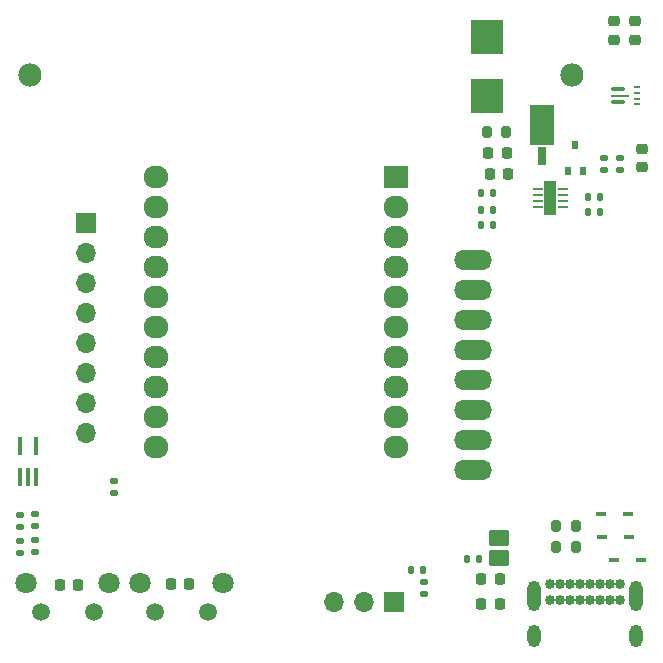
<source format=gbr>
%TF.GenerationSoftware,KiCad,Pcbnew,8.0.0*%
%TF.CreationDate,2025-02-07T12:17:38-03:30*%
%TF.ProjectId,Detection_Eval,44657465-6374-4696-9f6e-5f4576616c2e,rev?*%
%TF.SameCoordinates,Original*%
%TF.FileFunction,Soldermask,Bot*%
%TF.FilePolarity,Negative*%
%FSLAX46Y46*%
G04 Gerber Fmt 4.6, Leading zero omitted, Abs format (unit mm)*
G04 Created by KiCad (PCBNEW 8.0.0) date 2025-02-07 12:17:38*
%MOMM*%
%LPD*%
G01*
G04 APERTURE LIST*
G04 Aperture macros list*
%AMRoundRect*
0 Rectangle with rounded corners*
0 $1 Rounding radius*
0 $2 $3 $4 $5 $6 $7 $8 $9 X,Y pos of 4 corners*
0 Add a 4 corners polygon primitive as box body*
4,1,4,$2,$3,$4,$5,$6,$7,$8,$9,$2,$3,0*
0 Add four circle primitives for the rounded corners*
1,1,$1+$1,$2,$3*
1,1,$1+$1,$4,$5*
1,1,$1+$1,$6,$7*
1,1,$1+$1,$8,$9*
0 Add four rect primitives between the rounded corners*
20,1,$1+$1,$2,$3,$4,$5,0*
20,1,$1+$1,$4,$5,$6,$7,0*
20,1,$1+$1,$6,$7,$8,$9,0*
20,1,$1+$1,$8,$9,$2,$3,0*%
G04 Aperture macros list end*
%ADD10O,1.700000X1.700000*%
%ADD11R,1.700000X1.700000*%
%ADD12C,0.854000*%
%ADD13O,1.104000X1.904000*%
%ADD14O,1.104000X2.604000*%
%ADD15C,1.498600*%
%ADD16C,1.803400*%
%ADD17C,1.964000*%
%ADD18R,0.500000X0.750000*%
%ADD19RoundRect,0.135000X-0.185000X0.135000X-0.185000X-0.135000X0.185000X-0.135000X0.185000X0.135000X0*%
%ADD20R,2.794000X2.958600*%
%ADD21R,0.812800X0.355600*%
%ADD22RoundRect,0.135000X0.185000X-0.135000X0.185000X0.135000X-0.185000X0.135000X-0.185000X-0.135000X0*%
%ADD23RoundRect,0.100000X0.100000X-0.650000X0.100000X0.650000X-0.100000X0.650000X-0.100000X-0.650000X0*%
%ADD24RoundRect,0.225000X0.250000X-0.225000X0.250000X0.225000X-0.250000X0.225000X-0.250000X-0.225000X0*%
%ADD25RoundRect,0.087500X-0.487500X-0.087500X0.487500X-0.087500X0.487500X0.087500X-0.487500X0.087500X0*%
%ADD26RoundRect,0.050000X-0.675000X-0.050000X0.675000X-0.050000X0.675000X0.050000X-0.675000X0.050000X0*%
%ADD27RoundRect,0.062500X-0.162500X-0.062500X0.162500X-0.062500X0.162500X0.062500X-0.162500X0.062500X0*%
%ADD28RoundRect,0.135000X0.135000X0.185000X-0.135000X0.185000X-0.135000X-0.185000X0.135000X-0.185000X0*%
%ADD29RoundRect,0.102000X0.735000X-0.600000X0.735000X0.600000X-0.735000X0.600000X-0.735000X-0.600000X0*%
%ADD30RoundRect,0.225000X0.225000X0.250000X-0.225000X0.250000X-0.225000X-0.250000X0.225000X-0.250000X0*%
%ADD31RoundRect,0.135000X-0.135000X-0.185000X0.135000X-0.185000X0.135000X0.185000X-0.135000X0.185000X0*%
%ADD32R,0.806066X0.256842*%
%ADD33R,1.000000X3.000000*%
%ADD34R,2.082800X3.429000*%
%ADD35R,0.711200X1.524000*%
%ADD36R,2.100000X1.900000*%
%ADD37O,2.100000X1.900000*%
%ADD38RoundRect,0.200000X0.200000X0.275000X-0.200000X0.275000X-0.200000X-0.275000X0.200000X-0.275000X0*%
%ADD39O,3.204000X1.704000*%
G04 APERTURE END LIST*
D10*
%TO.C,U5*%
X96300000Y-124010000D03*
X96300000Y-121470000D03*
X96300000Y-118930000D03*
X96300000Y-116390000D03*
X96300000Y-113850000D03*
X96300000Y-111310000D03*
X96300000Y-108770000D03*
D11*
X96300000Y-106230000D03*
%TD*%
D12*
%TO.C,J1*%
X135560000Y-136840000D03*
X136410000Y-136840000D03*
X137260000Y-136840000D03*
X138110000Y-136840000D03*
X138960000Y-136840000D03*
X139810000Y-136840000D03*
X140660000Y-136840000D03*
X141510000Y-136840000D03*
X141510000Y-138190000D03*
X140660000Y-138190000D03*
X139810000Y-138190000D03*
X138960000Y-138190000D03*
X138110000Y-138190000D03*
X137260000Y-138190000D03*
X136410000Y-138190000D03*
X135560000Y-138190000D03*
D13*
X134210000Y-141200000D03*
X142860000Y-141200000D03*
D14*
X134210000Y-137820000D03*
X142860000Y-137820000D03*
%TD*%
D15*
%TO.C,U9*%
X102109999Y-139200000D03*
X106610000Y-139200000D03*
D16*
X100854999Y-136709701D03*
X107865000Y-136709701D03*
%TD*%
D17*
%TO.C,BT2*%
X91500000Y-93700000D03*
X137370000Y-93700000D03*
%TD*%
D15*
%TO.C,U2*%
X92471749Y-139166699D03*
X96971750Y-139166699D03*
D16*
X91216749Y-136676400D03*
X98226750Y-136676400D03*
%TD*%
D11*
%TO.C,U4*%
X122335000Y-138325000D03*
D10*
X119795000Y-138325000D03*
X117255000Y-138325000D03*
%TD*%
D18*
%TO.C,Q2*%
X138350000Y-101872800D03*
X137050000Y-101872800D03*
X137700000Y-99672800D03*
%TD*%
D19*
%TO.C,R8*%
X90700000Y-133170000D03*
X90700000Y-134190000D03*
%TD*%
D20*
%TO.C,L1*%
X130200000Y-95500000D03*
X130200000Y-90458600D03*
%TD*%
D21*
%TO.C,D4*%
X143217600Y-134800000D03*
X140982400Y-134800000D03*
%TD*%
D22*
%TO.C,R23*%
X90700000Y-132000000D03*
X90700000Y-130980000D03*
%TD*%
%TO.C,R17*%
X140100000Y-101782800D03*
X140100000Y-100762800D03*
%TD*%
D23*
%TO.C,U1*%
X92000000Y-127760000D03*
X91350000Y-127760000D03*
X90700000Y-127760000D03*
X90700000Y-125100000D03*
X92000000Y-125100000D03*
%TD*%
D24*
%TO.C,C6*%
X141000000Y-90700000D03*
X141000000Y-89150000D03*
%TD*%
D25*
%TO.C,U7*%
X141300000Y-96000000D03*
D26*
X141450000Y-95450000D03*
D25*
X141300000Y-94900000D03*
D27*
X142900000Y-94700000D03*
X142900000Y-95200000D03*
X142900000Y-95700000D03*
X142900000Y-96200000D03*
%TD*%
D28*
%TO.C,R20*%
X139810000Y-104000000D03*
X138790000Y-104000000D03*
%TD*%
%TO.C,R19*%
X139810000Y-105300000D03*
X138790000Y-105300000D03*
%TD*%
D29*
%TO.C,FB1*%
X131200000Y-134600000D03*
X131200000Y-132880000D03*
%TD*%
D30*
%TO.C,C1*%
X105010000Y-136800000D03*
X103460000Y-136800000D03*
%TD*%
D28*
%TO.C,R7*%
X130710000Y-106400000D03*
X129690000Y-106400000D03*
%TD*%
D21*
%TO.C,D6*%
X139882400Y-130900000D03*
X142117600Y-130900000D03*
%TD*%
D22*
%TO.C,R1*%
X91900000Y-131920000D03*
X91900000Y-130900000D03*
%TD*%
D31*
%TO.C,R21*%
X129700000Y-103700000D03*
X130720000Y-103700000D03*
%TD*%
D19*
%TO.C,R3*%
X91900000Y-133100000D03*
X91900000Y-134120000D03*
%TD*%
D30*
%TO.C,C2*%
X95575000Y-136900000D03*
X94025000Y-136900000D03*
%TD*%
D31*
%TO.C,R22*%
X129690000Y-105100000D03*
X130710000Y-105100000D03*
%TD*%
D32*
%TO.C,U8*%
X136606066Y-103372801D03*
X136606066Y-103872799D03*
X136606066Y-104372799D03*
X136606066Y-104872800D03*
X134500000Y-104872800D03*
X134500000Y-104372799D03*
X134500000Y-103872799D03*
X134500000Y-103372801D03*
D33*
X135553033Y-104122799D03*
%TD*%
D34*
%TO.C,D2*%
X134900000Y-97920300D03*
D35*
X134900000Y-100600000D03*
%TD*%
D28*
%TO.C,R10*%
X124800000Y-135610000D03*
X123780000Y-135610000D03*
%TD*%
D30*
%TO.C,C11*%
X131975000Y-102100000D03*
X130425000Y-102100000D03*
%TD*%
D36*
%TO.C,U6*%
X122500000Y-102340000D03*
D37*
X122500000Y-104880000D03*
X122500000Y-107420000D03*
X122500000Y-109960000D03*
X122500000Y-112500000D03*
X122500000Y-115040000D03*
X122500000Y-117580000D03*
X122500000Y-120120000D03*
X122500000Y-122660000D03*
X122500000Y-125200000D03*
X102180000Y-125200000D03*
X102180000Y-122660000D03*
X102180000Y-120120000D03*
X102180000Y-117580000D03*
X102180000Y-115040000D03*
X102180000Y-112500000D03*
X102180000Y-109960000D03*
X102180000Y-107420000D03*
X102180000Y-104880000D03*
X102180000Y-102340000D03*
%TD*%
D38*
%TO.C,R15*%
X136075000Y-131900000D03*
X137725000Y-131900000D03*
%TD*%
D22*
%TO.C,R5*%
X98600000Y-129110000D03*
X98600000Y-128090000D03*
%TD*%
D19*
%TO.C,R18*%
X141500000Y-100762800D03*
X141500000Y-101782800D03*
%TD*%
D24*
%TO.C,C3*%
X142720000Y-90700000D03*
X142720000Y-89150000D03*
%TD*%
D31*
%TO.C,R13*%
X128490000Y-134700000D03*
X129510000Y-134700000D03*
%TD*%
D38*
%TO.C,R14*%
X137725000Y-133700000D03*
X136075000Y-133700000D03*
%TD*%
D30*
%TO.C,C8*%
X131275000Y-136400000D03*
X129725000Y-136400000D03*
%TD*%
%TO.C,C7*%
X131875000Y-100300000D03*
X130325000Y-100300000D03*
%TD*%
D24*
%TO.C,C9*%
X143300000Y-101500000D03*
X143300000Y-99950000D03*
%TD*%
D21*
%TO.C,D5*%
X139982400Y-132800000D03*
X142217600Y-132800000D03*
%TD*%
D38*
%TO.C,R16*%
X131825000Y-98500000D03*
X130175000Y-98500000D03*
%TD*%
D22*
%TO.C,R9*%
X124900000Y-137620000D03*
X124900000Y-136600000D03*
%TD*%
D30*
%TO.C,C10*%
X131275000Y-138500000D03*
X129725000Y-138500000D03*
%TD*%
D39*
%TO.C,U3*%
X129018400Y-109387400D03*
X129018400Y-111927400D03*
X129018400Y-114467400D03*
X129018400Y-117007400D03*
X129018400Y-119547400D03*
X129018400Y-122087400D03*
X129018400Y-124627400D03*
X129018400Y-127167400D03*
%TD*%
M02*

</source>
